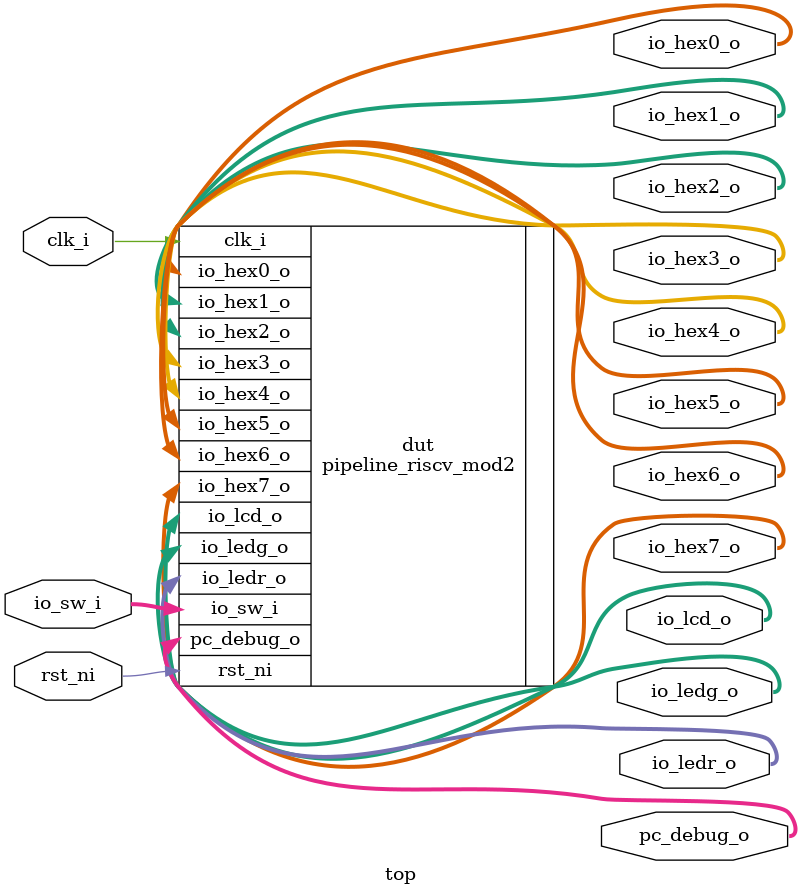
<source format=sv>
module top (
  // input
  input logic        	clk_i,
  input logic        	rst_ni,

  input logic  [31:0]   io_sw_i,

  // output
  output          [31 : 0]        pc_debug_o,
  output logic    [31 : 0]        io_lcd_o,
  output logic    [31 : 0]        io_ledg_o,
  output logic    [31 : 0]        io_ledr_o,
  output logic    [31 : 0]        io_hex0_o,
  output logic    [31 : 0]        io_hex1_o,
  output logic    [31 : 0]        io_hex2_o,
  output logic    [31 : 0]        io_hex3_o,
  output logic    [31 : 0]        io_hex4_o,
  output logic    [31 : 0]        io_hex5_o,
  output logic    [31 : 0]        io_hex6_o,
  output logic    [31 : 0]        io_hex7_o
);

 pipeline_riscv_mod2 	dut (
	  .io_sw_i      (io_sw_i),
          .clk_i        (clk_i),
          .rst_ni        (rst_ni),

          .pc_debug_o   (pc_debug_o),

          .io_lcd_o     (io_lcd_o),
          .io_ledg_o    (io_ledg_o),
          .io_ledr_o    (io_ledr_o),
          .io_hex0_o    (io_hex0_o),
          .io_hex1_o    (io_hex1_o),
          .io_hex2_o    (io_hex2_o),
          .io_hex3_o    (io_hex3_o),
          .io_hex4_o    (io_hex4_o),
          .io_hex5_o    (io_hex5_o),
          .io_hex6_o    (io_hex6_o),
          .io_hex7_o    (io_hex7_o)
  );

endmodule : top

</source>
